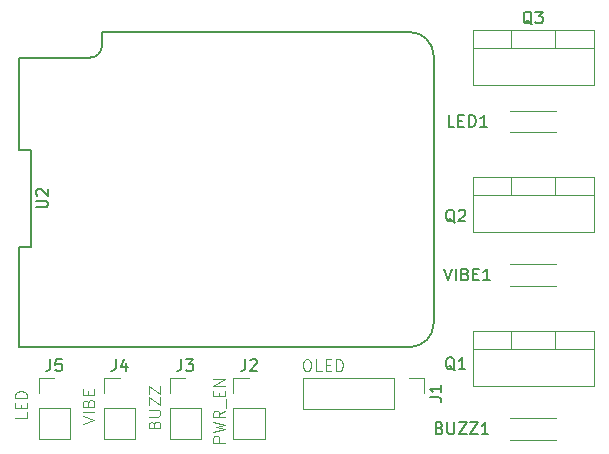
<source format=gbr>
G04 #@! TF.GenerationSoftware,KiCad,Pcbnew,(5.0.0)*
G04 #@! TF.CreationDate,2018-09-12T16:32:58-04:00*
G04 #@! TF.ProjectId,ClockClock,436C6F636B436C6F636B2E6B69636164,v1*
G04 #@! TF.SameCoordinates,Original*
G04 #@! TF.FileFunction,Legend,Top*
G04 #@! TF.FilePolarity,Positive*
%FSLAX46Y46*%
G04 Gerber Fmt 4.6, Leading zero omitted, Abs format (unit mm)*
G04 Created by KiCad (PCBNEW (5.0.0)) date 09/12/18 16:32:58*
%MOMM*%
%LPD*%
G01*
G04 APERTURE LIST*
%ADD10C,0.100000*%
%ADD11C,0.120000*%
%ADD12C,0.150000*%
G04 APERTURE END LIST*
D10*
X87447380Y-160678476D02*
X86447380Y-160678476D01*
X86447380Y-160297523D01*
X86495000Y-160202285D01*
X86542619Y-160154666D01*
X86637857Y-160107047D01*
X86780714Y-160107047D01*
X86875952Y-160154666D01*
X86923571Y-160202285D01*
X86971190Y-160297523D01*
X86971190Y-160678476D01*
X86447380Y-159773714D02*
X87447380Y-159535619D01*
X86733095Y-159345142D01*
X87447380Y-159154666D01*
X86447380Y-158916571D01*
X87447380Y-157964190D02*
X86971190Y-158297523D01*
X87447380Y-158535619D02*
X86447380Y-158535619D01*
X86447380Y-158154666D01*
X86495000Y-158059428D01*
X86542619Y-158011809D01*
X86637857Y-157964190D01*
X86780714Y-157964190D01*
X86875952Y-158011809D01*
X86923571Y-158059428D01*
X86971190Y-158154666D01*
X86971190Y-158535619D01*
X87542619Y-157773714D02*
X87542619Y-157011809D01*
X86923571Y-156773714D02*
X86923571Y-156440380D01*
X87447380Y-156297523D02*
X87447380Y-156773714D01*
X86447380Y-156773714D01*
X86447380Y-156297523D01*
X87447380Y-155868952D02*
X86447380Y-155868952D01*
X87447380Y-155297523D01*
X86447380Y-155297523D01*
X75398380Y-159130809D02*
X76398380Y-158797476D01*
X75398380Y-158464142D01*
X76398380Y-158130809D02*
X75398380Y-158130809D01*
X75874571Y-157321285D02*
X75922190Y-157178428D01*
X75969809Y-157130809D01*
X76065047Y-157083190D01*
X76207904Y-157083190D01*
X76303142Y-157130809D01*
X76350761Y-157178428D01*
X76398380Y-157273666D01*
X76398380Y-157654619D01*
X75398380Y-157654619D01*
X75398380Y-157321285D01*
X75446000Y-157226047D01*
X75493619Y-157178428D01*
X75588857Y-157130809D01*
X75684095Y-157130809D01*
X75779333Y-157178428D01*
X75826952Y-157226047D01*
X75874571Y-157321285D01*
X75874571Y-157654619D01*
X75874571Y-156654619D02*
X75874571Y-156321285D01*
X76398380Y-156178428D02*
X76398380Y-156654619D01*
X75398380Y-156654619D01*
X75398380Y-156178428D01*
X81462571Y-159138761D02*
X81510190Y-158995904D01*
X81557809Y-158948285D01*
X81653047Y-158900666D01*
X81795904Y-158900666D01*
X81891142Y-158948285D01*
X81938761Y-158995904D01*
X81986380Y-159091142D01*
X81986380Y-159472095D01*
X80986380Y-159472095D01*
X80986380Y-159138761D01*
X81034000Y-159043523D01*
X81081619Y-158995904D01*
X81176857Y-158948285D01*
X81272095Y-158948285D01*
X81367333Y-158995904D01*
X81414952Y-159043523D01*
X81462571Y-159138761D01*
X81462571Y-159472095D01*
X80986380Y-158472095D02*
X81795904Y-158472095D01*
X81891142Y-158424476D01*
X81938761Y-158376857D01*
X81986380Y-158281619D01*
X81986380Y-158091142D01*
X81938761Y-157995904D01*
X81891142Y-157948285D01*
X81795904Y-157900666D01*
X80986380Y-157900666D01*
X80986380Y-157519714D02*
X80986380Y-156853047D01*
X81986380Y-157519714D01*
X81986380Y-156853047D01*
X80986380Y-156567333D02*
X80986380Y-155900666D01*
X81986380Y-156567333D01*
X81986380Y-155900666D01*
X70683380Y-158122857D02*
X70683380Y-158599047D01*
X69683380Y-158599047D01*
X70159571Y-157789523D02*
X70159571Y-157456190D01*
X70683380Y-157313333D02*
X70683380Y-157789523D01*
X69683380Y-157789523D01*
X69683380Y-157313333D01*
X70683380Y-156884761D02*
X69683380Y-156884761D01*
X69683380Y-156646666D01*
X69731000Y-156503809D01*
X69826238Y-156408571D01*
X69921476Y-156360952D01*
X70111952Y-156313333D01*
X70254809Y-156313333D01*
X70445285Y-156360952D01*
X70540523Y-156408571D01*
X70635761Y-156503809D01*
X70683380Y-156646666D01*
X70683380Y-156884761D01*
X94305619Y-153630380D02*
X94496095Y-153630380D01*
X94591333Y-153678000D01*
X94686571Y-153773238D01*
X94734190Y-153963714D01*
X94734190Y-154297047D01*
X94686571Y-154487523D01*
X94591333Y-154582761D01*
X94496095Y-154630380D01*
X94305619Y-154630380D01*
X94210380Y-154582761D01*
X94115142Y-154487523D01*
X94067523Y-154297047D01*
X94067523Y-153963714D01*
X94115142Y-153773238D01*
X94210380Y-153678000D01*
X94305619Y-153630380D01*
X95638952Y-154630380D02*
X95162761Y-154630380D01*
X95162761Y-153630380D01*
X95972285Y-154106571D02*
X96305619Y-154106571D01*
X96448476Y-154630380D02*
X95972285Y-154630380D01*
X95972285Y-153630380D01*
X96448476Y-153630380D01*
X96877047Y-154630380D02*
X96877047Y-153630380D01*
X97115142Y-153630380D01*
X97258000Y-153678000D01*
X97353238Y-153773238D01*
X97400857Y-153868476D01*
X97448476Y-154058952D01*
X97448476Y-154201809D01*
X97400857Y-154392285D01*
X97353238Y-154487523D01*
X97258000Y-154582761D01*
X97115142Y-154630380D01*
X96877047Y-154630380D01*
D11*
G04 #@! TO.C,J1*
X104330000Y-155170000D02*
X104330000Y-156500000D01*
X103000000Y-155170000D02*
X104330000Y-155170000D01*
X101730000Y-155170000D02*
X101730000Y-157830000D01*
X101730000Y-157830000D02*
X94050000Y-157830000D01*
X101730000Y-155170000D02*
X94050000Y-155170000D01*
X94050000Y-155170000D02*
X94050000Y-157830000D01*
D12*
G04 #@! TO.C,U2*
X77035000Y-125927000D02*
X77035000Y-125927000D01*
X77035000Y-127087000D02*
X77035000Y-125927000D01*
X76035000Y-128077000D02*
G75*
G03X77035000Y-127077000I0J1000000D01*
G01*
X70035000Y-128077000D02*
X76035000Y-128077000D01*
X103115000Y-152587000D02*
G75*
G03X105115000Y-150587000I0J2000000D01*
G01*
X105115000Y-127927000D02*
G75*
G03X103115000Y-125927000I-2000000J0D01*
G01*
X70035000Y-144157000D02*
X70035000Y-152586999D01*
X71035000Y-144157000D02*
X70035000Y-144157000D01*
X71035000Y-135937000D02*
X71035000Y-144157000D01*
X70035000Y-135937000D02*
X71035000Y-135937000D01*
X70035000Y-128077000D02*
X70035000Y-135937000D01*
X103115000Y-125927000D02*
X77035000Y-125927000D01*
X105115000Y-150587000D02*
X105115000Y-127927000D01*
X70035000Y-152587000D02*
X103115000Y-152587000D01*
D11*
G04 #@! TO.C,J5*
X71670000Y-155170000D02*
X73000000Y-155170000D01*
X71670000Y-156500000D02*
X71670000Y-155170000D01*
X71670000Y-157770000D02*
X74330000Y-157770000D01*
X74330000Y-157770000D02*
X74330000Y-160370000D01*
X71670000Y-157770000D02*
X71670000Y-160370000D01*
X71670000Y-160370000D02*
X74330000Y-160370000D01*
G04 #@! TO.C,J4*
X77209000Y-155170000D02*
X78539000Y-155170000D01*
X77209000Y-156500000D02*
X77209000Y-155170000D01*
X77209000Y-157770000D02*
X79869000Y-157770000D01*
X79869000Y-157770000D02*
X79869000Y-160370000D01*
X77209000Y-157770000D02*
X77209000Y-160370000D01*
X77209000Y-160370000D02*
X79869000Y-160370000D01*
G04 #@! TO.C,J3*
X82758000Y-155170000D02*
X84088000Y-155170000D01*
X82758000Y-156500000D02*
X82758000Y-155170000D01*
X82758000Y-157770000D02*
X85418000Y-157770000D01*
X85418000Y-157770000D02*
X85418000Y-160370000D01*
X82758000Y-157770000D02*
X82758000Y-160370000D01*
X82758000Y-160370000D02*
X85418000Y-160370000D01*
G04 #@! TO.C,J2*
X88170000Y-155170000D02*
X89500000Y-155170000D01*
X88170000Y-156500000D02*
X88170000Y-155170000D01*
X88170000Y-157770000D02*
X90830000Y-157770000D01*
X90830000Y-157770000D02*
X90830000Y-160370000D01*
X88170000Y-157770000D02*
X88170000Y-160370000D01*
X88170000Y-160370000D02*
X90830000Y-160370000D01*
G04 #@! TO.C,BUZZ1*
X111620000Y-160436000D02*
X115460000Y-160436000D01*
X111620000Y-158596000D02*
X115460000Y-158596000D01*
G04 #@! TO.C,LED1*
X111620000Y-134420000D02*
X115460000Y-134420000D01*
X111620000Y-132580000D02*
X115460000Y-132580000D01*
G04 #@! TO.C,Q1*
X115391000Y-151246000D02*
X115391000Y-152756000D01*
X111690000Y-151246000D02*
X111690000Y-152756000D01*
X108420000Y-152756000D02*
X118660000Y-152756000D01*
X118660000Y-151246000D02*
X118660000Y-155887000D01*
X108420000Y-151246000D02*
X108420000Y-155887000D01*
X108420000Y-155887000D02*
X118660000Y-155887000D01*
X108420000Y-151246000D02*
X118660000Y-151246000D01*
G04 #@! TO.C,Q2*
X115391000Y-138230000D02*
X115391000Y-139740000D01*
X111690000Y-138230000D02*
X111690000Y-139740000D01*
X108420000Y-139740000D02*
X118660000Y-139740000D01*
X118660000Y-138230000D02*
X118660000Y-142871000D01*
X108420000Y-138230000D02*
X108420000Y-142871000D01*
X108420000Y-142871000D02*
X118660000Y-142871000D01*
X108420000Y-138230000D02*
X118660000Y-138230000D01*
G04 #@! TO.C,Q3*
X115391000Y-125730000D02*
X115391000Y-127240000D01*
X111690000Y-125730000D02*
X111690000Y-127240000D01*
X108420000Y-127240000D02*
X118660000Y-127240000D01*
X118660000Y-125730000D02*
X118660000Y-130371000D01*
X108420000Y-125730000D02*
X108420000Y-130371000D01*
X108420000Y-130371000D02*
X118660000Y-130371000D01*
X108420000Y-125730000D02*
X118660000Y-125730000D01*
G04 #@! TO.C,VIBE1*
X111620000Y-147420000D02*
X115460000Y-147420000D01*
X111620000Y-145580000D02*
X115460000Y-145580000D01*
G04 #@! TO.C,J1*
D12*
X104782380Y-156833333D02*
X105496666Y-156833333D01*
X105639523Y-156880952D01*
X105734761Y-156976190D01*
X105782380Y-157119047D01*
X105782380Y-157214285D01*
X105782380Y-155833333D02*
X105782380Y-156404761D01*
X105782380Y-156119047D02*
X104782380Y-156119047D01*
X104925238Y-156214285D01*
X105020476Y-156309523D01*
X105068095Y-156404761D01*
G04 #@! TO.C,U2*
X71452379Y-140761879D02*
X72261903Y-140761879D01*
X72357141Y-140714260D01*
X72404760Y-140666641D01*
X72452379Y-140571403D01*
X72452379Y-140380927D01*
X72404760Y-140285689D01*
X72357141Y-140238070D01*
X72261903Y-140190451D01*
X71452379Y-140190451D01*
X71547618Y-139761879D02*
X71499999Y-139714260D01*
X71452379Y-139619022D01*
X71452379Y-139380927D01*
X71499999Y-139285689D01*
X71547618Y-139238070D01*
X71642856Y-139190451D01*
X71738094Y-139190451D01*
X71880951Y-139238070D01*
X72452379Y-139809498D01*
X72452379Y-139190451D01*
G04 #@! TO.C,J5*
X72666666Y-153622380D02*
X72666666Y-154336666D01*
X72619047Y-154479523D01*
X72523809Y-154574761D01*
X72380952Y-154622380D01*
X72285714Y-154622380D01*
X73619047Y-153622380D02*
X73142857Y-153622380D01*
X73095238Y-154098571D01*
X73142857Y-154050952D01*
X73238095Y-154003333D01*
X73476190Y-154003333D01*
X73571428Y-154050952D01*
X73619047Y-154098571D01*
X73666666Y-154193809D01*
X73666666Y-154431904D01*
X73619047Y-154527142D01*
X73571428Y-154574761D01*
X73476190Y-154622380D01*
X73238095Y-154622380D01*
X73142857Y-154574761D01*
X73095238Y-154527142D01*
G04 #@! TO.C,J4*
X78205666Y-153622380D02*
X78205666Y-154336666D01*
X78158047Y-154479523D01*
X78062809Y-154574761D01*
X77919952Y-154622380D01*
X77824714Y-154622380D01*
X79110428Y-153955714D02*
X79110428Y-154622380D01*
X78872333Y-153574761D02*
X78634238Y-154289047D01*
X79253285Y-154289047D01*
G04 #@! TO.C,J3*
X83754666Y-153622380D02*
X83754666Y-154336666D01*
X83707047Y-154479523D01*
X83611809Y-154574761D01*
X83468952Y-154622380D01*
X83373714Y-154622380D01*
X84135619Y-153622380D02*
X84754666Y-153622380D01*
X84421333Y-154003333D01*
X84564190Y-154003333D01*
X84659428Y-154050952D01*
X84707047Y-154098571D01*
X84754666Y-154193809D01*
X84754666Y-154431904D01*
X84707047Y-154527142D01*
X84659428Y-154574761D01*
X84564190Y-154622380D01*
X84278476Y-154622380D01*
X84183238Y-154574761D01*
X84135619Y-154527142D01*
G04 #@! TO.C,J2*
X89166666Y-153622380D02*
X89166666Y-154336666D01*
X89119047Y-154479523D01*
X89023809Y-154574761D01*
X88880952Y-154622380D01*
X88785714Y-154622380D01*
X89595238Y-153717619D02*
X89642857Y-153670000D01*
X89738095Y-153622380D01*
X89976190Y-153622380D01*
X90071428Y-153670000D01*
X90119047Y-153717619D01*
X90166666Y-153812857D01*
X90166666Y-153908095D01*
X90119047Y-154050952D01*
X89547619Y-154622380D01*
X90166666Y-154622380D01*
G04 #@! TO.C,BUZZ1*
X105619047Y-159444571D02*
X105761904Y-159492190D01*
X105809523Y-159539809D01*
X105857142Y-159635047D01*
X105857142Y-159777904D01*
X105809523Y-159873142D01*
X105761904Y-159920761D01*
X105666666Y-159968380D01*
X105285714Y-159968380D01*
X105285714Y-158968380D01*
X105619047Y-158968380D01*
X105714285Y-159016000D01*
X105761904Y-159063619D01*
X105809523Y-159158857D01*
X105809523Y-159254095D01*
X105761904Y-159349333D01*
X105714285Y-159396952D01*
X105619047Y-159444571D01*
X105285714Y-159444571D01*
X106285714Y-158968380D02*
X106285714Y-159777904D01*
X106333333Y-159873142D01*
X106380952Y-159920761D01*
X106476190Y-159968380D01*
X106666666Y-159968380D01*
X106761904Y-159920761D01*
X106809523Y-159873142D01*
X106857142Y-159777904D01*
X106857142Y-158968380D01*
X107238095Y-158968380D02*
X107904761Y-158968380D01*
X107238095Y-159968380D01*
X107904761Y-159968380D01*
X108190476Y-158968380D02*
X108857142Y-158968380D01*
X108190476Y-159968380D01*
X108857142Y-159968380D01*
X109761904Y-159968380D02*
X109190476Y-159968380D01*
X109476190Y-159968380D02*
X109476190Y-158968380D01*
X109380952Y-159111238D01*
X109285714Y-159206476D01*
X109190476Y-159254095D01*
G04 #@! TO.C,LED1*
X106880952Y-133952380D02*
X106404761Y-133952380D01*
X106404761Y-132952380D01*
X107214285Y-133428571D02*
X107547619Y-133428571D01*
X107690476Y-133952380D02*
X107214285Y-133952380D01*
X107214285Y-132952380D01*
X107690476Y-132952380D01*
X108119047Y-133952380D02*
X108119047Y-132952380D01*
X108357142Y-132952380D01*
X108500000Y-133000000D01*
X108595238Y-133095238D01*
X108642857Y-133190476D01*
X108690476Y-133380952D01*
X108690476Y-133523809D01*
X108642857Y-133714285D01*
X108595238Y-133809523D01*
X108500000Y-133904761D01*
X108357142Y-133952380D01*
X108119047Y-133952380D01*
X109642857Y-133952380D02*
X109071428Y-133952380D01*
X109357142Y-133952380D02*
X109357142Y-132952380D01*
X109261904Y-133095238D01*
X109166666Y-133190476D01*
X109071428Y-133238095D01*
G04 #@! TO.C,Q1*
X106904761Y-154563619D02*
X106809523Y-154516000D01*
X106714285Y-154420761D01*
X106571428Y-154277904D01*
X106476190Y-154230285D01*
X106380952Y-154230285D01*
X106428571Y-154468380D02*
X106333333Y-154420761D01*
X106238095Y-154325523D01*
X106190476Y-154135047D01*
X106190476Y-153801714D01*
X106238095Y-153611238D01*
X106333333Y-153516000D01*
X106428571Y-153468380D01*
X106619047Y-153468380D01*
X106714285Y-153516000D01*
X106809523Y-153611238D01*
X106857142Y-153801714D01*
X106857142Y-154135047D01*
X106809523Y-154325523D01*
X106714285Y-154420761D01*
X106619047Y-154468380D01*
X106428571Y-154468380D01*
X107809523Y-154468380D02*
X107238095Y-154468380D01*
X107523809Y-154468380D02*
X107523809Y-153468380D01*
X107428571Y-153611238D01*
X107333333Y-153706476D01*
X107238095Y-153754095D01*
G04 #@! TO.C,Q2*
X106904761Y-142047619D02*
X106809523Y-142000000D01*
X106714285Y-141904761D01*
X106571428Y-141761904D01*
X106476190Y-141714285D01*
X106380952Y-141714285D01*
X106428571Y-141952380D02*
X106333333Y-141904761D01*
X106238095Y-141809523D01*
X106190476Y-141619047D01*
X106190476Y-141285714D01*
X106238095Y-141095238D01*
X106333333Y-141000000D01*
X106428571Y-140952380D01*
X106619047Y-140952380D01*
X106714285Y-141000000D01*
X106809523Y-141095238D01*
X106857142Y-141285714D01*
X106857142Y-141619047D01*
X106809523Y-141809523D01*
X106714285Y-141904761D01*
X106619047Y-141952380D01*
X106428571Y-141952380D01*
X107238095Y-141047619D02*
X107285714Y-141000000D01*
X107380952Y-140952380D01*
X107619047Y-140952380D01*
X107714285Y-141000000D01*
X107761904Y-141047619D01*
X107809523Y-141142857D01*
X107809523Y-141238095D01*
X107761904Y-141380952D01*
X107190476Y-141952380D01*
X107809523Y-141952380D01*
G04 #@! TO.C,Q3*
X113444761Y-125277619D02*
X113349523Y-125230000D01*
X113254285Y-125134761D01*
X113111428Y-124991904D01*
X113016190Y-124944285D01*
X112920952Y-124944285D01*
X112968571Y-125182380D02*
X112873333Y-125134761D01*
X112778095Y-125039523D01*
X112730476Y-124849047D01*
X112730476Y-124515714D01*
X112778095Y-124325238D01*
X112873333Y-124230000D01*
X112968571Y-124182380D01*
X113159047Y-124182380D01*
X113254285Y-124230000D01*
X113349523Y-124325238D01*
X113397142Y-124515714D01*
X113397142Y-124849047D01*
X113349523Y-125039523D01*
X113254285Y-125134761D01*
X113159047Y-125182380D01*
X112968571Y-125182380D01*
X113730476Y-124182380D02*
X114349523Y-124182380D01*
X114016190Y-124563333D01*
X114159047Y-124563333D01*
X114254285Y-124610952D01*
X114301904Y-124658571D01*
X114349523Y-124753809D01*
X114349523Y-124991904D01*
X114301904Y-125087142D01*
X114254285Y-125134761D01*
X114159047Y-125182380D01*
X113873333Y-125182380D01*
X113778095Y-125134761D01*
X113730476Y-125087142D01*
G04 #@! TO.C,VIBE1*
X106000000Y-145952380D02*
X106333333Y-146952380D01*
X106666666Y-145952380D01*
X107000000Y-146952380D02*
X107000000Y-145952380D01*
X107809523Y-146428571D02*
X107952380Y-146476190D01*
X108000000Y-146523809D01*
X108047619Y-146619047D01*
X108047619Y-146761904D01*
X108000000Y-146857142D01*
X107952380Y-146904761D01*
X107857142Y-146952380D01*
X107476190Y-146952380D01*
X107476190Y-145952380D01*
X107809523Y-145952380D01*
X107904761Y-146000000D01*
X107952380Y-146047619D01*
X108000000Y-146142857D01*
X108000000Y-146238095D01*
X107952380Y-146333333D01*
X107904761Y-146380952D01*
X107809523Y-146428571D01*
X107476190Y-146428571D01*
X108476190Y-146428571D02*
X108809523Y-146428571D01*
X108952380Y-146952380D02*
X108476190Y-146952380D01*
X108476190Y-145952380D01*
X108952380Y-145952380D01*
X109904761Y-146952380D02*
X109333333Y-146952380D01*
X109619047Y-146952380D02*
X109619047Y-145952380D01*
X109523809Y-146095238D01*
X109428571Y-146190476D01*
X109333333Y-146238095D01*
G04 #@! TD*
M02*

</source>
